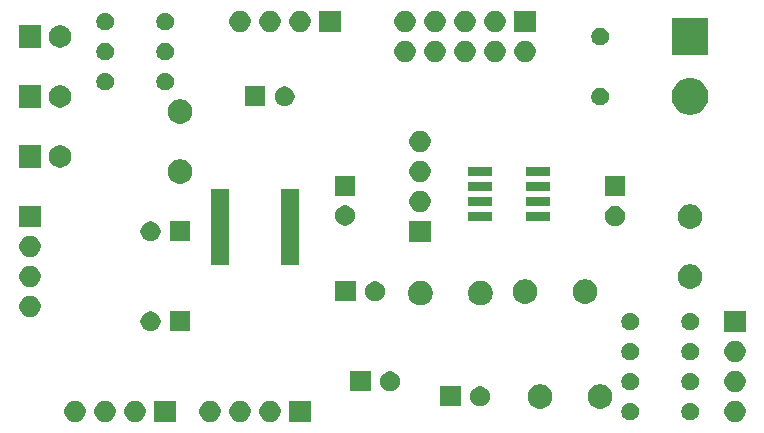
<source format=gbr>
G04 #@! TF.GenerationSoftware,KiCad,Pcbnew,5.1.5+dfsg1-2build2*
G04 #@! TF.CreationDate,2020-12-30T20:24:06+01:00*
G04 #@! TF.ProjectId,stm32f0can,73746d33-3266-4306-9361-6e2e6b696361,rev?*
G04 #@! TF.SameCoordinates,Original*
G04 #@! TF.FileFunction,Soldermask,Top*
G04 #@! TF.FilePolarity,Negative*
%FSLAX46Y46*%
G04 Gerber Fmt 4.6, Leading zero omitted, Abs format (unit mm)*
G04 Created by KiCad (PCBNEW 5.1.5+dfsg1-2build2) date 2020-12-30 20:24:06*
%MOMM*%
%LPD*%
G04 APERTURE LIST*
%ADD10C,0.100000*%
G04 APERTURE END LIST*
D10*
G36*
X105523512Y-131183927D02*
G01*
X105672812Y-131213624D01*
X105836784Y-131281544D01*
X105984354Y-131380147D01*
X106109853Y-131505646D01*
X106208456Y-131653216D01*
X106276376Y-131817188D01*
X106311000Y-131991259D01*
X106311000Y-132168741D01*
X106276376Y-132342812D01*
X106208456Y-132506784D01*
X106109853Y-132654354D01*
X105984354Y-132779853D01*
X105836784Y-132878456D01*
X105672812Y-132946376D01*
X105523512Y-132976073D01*
X105498742Y-132981000D01*
X105321258Y-132981000D01*
X105296488Y-132976073D01*
X105147188Y-132946376D01*
X104983216Y-132878456D01*
X104835646Y-132779853D01*
X104710147Y-132654354D01*
X104611544Y-132506784D01*
X104543624Y-132342812D01*
X104509000Y-132168741D01*
X104509000Y-131991259D01*
X104543624Y-131817188D01*
X104611544Y-131653216D01*
X104710147Y-131505646D01*
X104835646Y-131380147D01*
X104983216Y-131281544D01*
X105147188Y-131213624D01*
X105296488Y-131183927D01*
X105321258Y-131179000D01*
X105498742Y-131179000D01*
X105523512Y-131183927D01*
G37*
G36*
X125361000Y-132981000D02*
G01*
X123559000Y-132981000D01*
X123559000Y-131179000D01*
X125361000Y-131179000D01*
X125361000Y-132981000D01*
G37*
G36*
X116953512Y-131183927D02*
G01*
X117102812Y-131213624D01*
X117266784Y-131281544D01*
X117414354Y-131380147D01*
X117539853Y-131505646D01*
X117638456Y-131653216D01*
X117706376Y-131817188D01*
X117741000Y-131991259D01*
X117741000Y-132168741D01*
X117706376Y-132342812D01*
X117638456Y-132506784D01*
X117539853Y-132654354D01*
X117414354Y-132779853D01*
X117266784Y-132878456D01*
X117102812Y-132946376D01*
X116953512Y-132976073D01*
X116928742Y-132981000D01*
X116751258Y-132981000D01*
X116726488Y-132976073D01*
X116577188Y-132946376D01*
X116413216Y-132878456D01*
X116265646Y-132779853D01*
X116140147Y-132654354D01*
X116041544Y-132506784D01*
X115973624Y-132342812D01*
X115939000Y-132168741D01*
X115939000Y-131991259D01*
X115973624Y-131817188D01*
X116041544Y-131653216D01*
X116140147Y-131505646D01*
X116265646Y-131380147D01*
X116413216Y-131281544D01*
X116577188Y-131213624D01*
X116726488Y-131183927D01*
X116751258Y-131179000D01*
X116928742Y-131179000D01*
X116953512Y-131183927D01*
G37*
G36*
X119493512Y-131183927D02*
G01*
X119642812Y-131213624D01*
X119806784Y-131281544D01*
X119954354Y-131380147D01*
X120079853Y-131505646D01*
X120178456Y-131653216D01*
X120246376Y-131817188D01*
X120281000Y-131991259D01*
X120281000Y-132168741D01*
X120246376Y-132342812D01*
X120178456Y-132506784D01*
X120079853Y-132654354D01*
X119954354Y-132779853D01*
X119806784Y-132878456D01*
X119642812Y-132946376D01*
X119493512Y-132976073D01*
X119468742Y-132981000D01*
X119291258Y-132981000D01*
X119266488Y-132976073D01*
X119117188Y-132946376D01*
X118953216Y-132878456D01*
X118805646Y-132779853D01*
X118680147Y-132654354D01*
X118581544Y-132506784D01*
X118513624Y-132342812D01*
X118479000Y-132168741D01*
X118479000Y-131991259D01*
X118513624Y-131817188D01*
X118581544Y-131653216D01*
X118680147Y-131505646D01*
X118805646Y-131380147D01*
X118953216Y-131281544D01*
X119117188Y-131213624D01*
X119266488Y-131183927D01*
X119291258Y-131179000D01*
X119468742Y-131179000D01*
X119493512Y-131183927D01*
G37*
G36*
X122033512Y-131183927D02*
G01*
X122182812Y-131213624D01*
X122346784Y-131281544D01*
X122494354Y-131380147D01*
X122619853Y-131505646D01*
X122718456Y-131653216D01*
X122786376Y-131817188D01*
X122821000Y-131991259D01*
X122821000Y-132168741D01*
X122786376Y-132342812D01*
X122718456Y-132506784D01*
X122619853Y-132654354D01*
X122494354Y-132779853D01*
X122346784Y-132878456D01*
X122182812Y-132946376D01*
X122033512Y-132976073D01*
X122008742Y-132981000D01*
X121831258Y-132981000D01*
X121806488Y-132976073D01*
X121657188Y-132946376D01*
X121493216Y-132878456D01*
X121345646Y-132779853D01*
X121220147Y-132654354D01*
X121121544Y-132506784D01*
X121053624Y-132342812D01*
X121019000Y-132168741D01*
X121019000Y-131991259D01*
X121053624Y-131817188D01*
X121121544Y-131653216D01*
X121220147Y-131505646D01*
X121345646Y-131380147D01*
X121493216Y-131281544D01*
X121657188Y-131213624D01*
X121806488Y-131183927D01*
X121831258Y-131179000D01*
X122008742Y-131179000D01*
X122033512Y-131183927D01*
G37*
G36*
X113931000Y-132981000D02*
G01*
X112129000Y-132981000D01*
X112129000Y-131179000D01*
X113931000Y-131179000D01*
X113931000Y-132981000D01*
G37*
G36*
X161403512Y-131183927D02*
G01*
X161552812Y-131213624D01*
X161716784Y-131281544D01*
X161864354Y-131380147D01*
X161989853Y-131505646D01*
X162088456Y-131653216D01*
X162156376Y-131817188D01*
X162191000Y-131991259D01*
X162191000Y-132168741D01*
X162156376Y-132342812D01*
X162088456Y-132506784D01*
X161989853Y-132654354D01*
X161864354Y-132779853D01*
X161716784Y-132878456D01*
X161552812Y-132946376D01*
X161403512Y-132976073D01*
X161378742Y-132981000D01*
X161201258Y-132981000D01*
X161176488Y-132976073D01*
X161027188Y-132946376D01*
X160863216Y-132878456D01*
X160715646Y-132779853D01*
X160590147Y-132654354D01*
X160491544Y-132506784D01*
X160423624Y-132342812D01*
X160389000Y-132168741D01*
X160389000Y-131991259D01*
X160423624Y-131817188D01*
X160491544Y-131653216D01*
X160590147Y-131505646D01*
X160715646Y-131380147D01*
X160863216Y-131281544D01*
X161027188Y-131213624D01*
X161176488Y-131183927D01*
X161201258Y-131179000D01*
X161378742Y-131179000D01*
X161403512Y-131183927D01*
G37*
G36*
X108063512Y-131183927D02*
G01*
X108212812Y-131213624D01*
X108376784Y-131281544D01*
X108524354Y-131380147D01*
X108649853Y-131505646D01*
X108748456Y-131653216D01*
X108816376Y-131817188D01*
X108851000Y-131991259D01*
X108851000Y-132168741D01*
X108816376Y-132342812D01*
X108748456Y-132506784D01*
X108649853Y-132654354D01*
X108524354Y-132779853D01*
X108376784Y-132878456D01*
X108212812Y-132946376D01*
X108063512Y-132976073D01*
X108038742Y-132981000D01*
X107861258Y-132981000D01*
X107836488Y-132976073D01*
X107687188Y-132946376D01*
X107523216Y-132878456D01*
X107375646Y-132779853D01*
X107250147Y-132654354D01*
X107151544Y-132506784D01*
X107083624Y-132342812D01*
X107049000Y-132168741D01*
X107049000Y-131991259D01*
X107083624Y-131817188D01*
X107151544Y-131653216D01*
X107250147Y-131505646D01*
X107375646Y-131380147D01*
X107523216Y-131281544D01*
X107687188Y-131213624D01*
X107836488Y-131183927D01*
X107861258Y-131179000D01*
X108038742Y-131179000D01*
X108063512Y-131183927D01*
G37*
G36*
X110603512Y-131183927D02*
G01*
X110752812Y-131213624D01*
X110916784Y-131281544D01*
X111064354Y-131380147D01*
X111189853Y-131505646D01*
X111288456Y-131653216D01*
X111356376Y-131817188D01*
X111391000Y-131991259D01*
X111391000Y-132168741D01*
X111356376Y-132342812D01*
X111288456Y-132506784D01*
X111189853Y-132654354D01*
X111064354Y-132779853D01*
X110916784Y-132878456D01*
X110752812Y-132946376D01*
X110603512Y-132976073D01*
X110578742Y-132981000D01*
X110401258Y-132981000D01*
X110376488Y-132976073D01*
X110227188Y-132946376D01*
X110063216Y-132878456D01*
X109915646Y-132779853D01*
X109790147Y-132654354D01*
X109691544Y-132506784D01*
X109623624Y-132342812D01*
X109589000Y-132168741D01*
X109589000Y-131991259D01*
X109623624Y-131817188D01*
X109691544Y-131653216D01*
X109790147Y-131505646D01*
X109915646Y-131380147D01*
X110063216Y-131281544D01*
X110227188Y-131213624D01*
X110376488Y-131183927D01*
X110401258Y-131179000D01*
X110578742Y-131179000D01*
X110603512Y-131183927D01*
G37*
G36*
X157699059Y-131357860D02*
G01*
X157752865Y-131380147D01*
X157835732Y-131414472D01*
X157958735Y-131496660D01*
X158063340Y-131601265D01*
X158145528Y-131724268D01*
X158145529Y-131724270D01*
X158202140Y-131860941D01*
X158231000Y-132006032D01*
X158231000Y-132153968D01*
X158228061Y-132168742D01*
X158202140Y-132299059D01*
X158145528Y-132435732D01*
X158063340Y-132558735D01*
X157958735Y-132663340D01*
X157835732Y-132745528D01*
X157835731Y-132745529D01*
X157835730Y-132745529D01*
X157699059Y-132802140D01*
X157553968Y-132831000D01*
X157406032Y-132831000D01*
X157260941Y-132802140D01*
X157124270Y-132745529D01*
X157124269Y-132745529D01*
X157124268Y-132745528D01*
X157001265Y-132663340D01*
X156896660Y-132558735D01*
X156814472Y-132435732D01*
X156757860Y-132299059D01*
X156731939Y-132168742D01*
X156729000Y-132153968D01*
X156729000Y-132006032D01*
X156757860Y-131860941D01*
X156814471Y-131724270D01*
X156814472Y-131724268D01*
X156896660Y-131601265D01*
X157001265Y-131496660D01*
X157124268Y-131414472D01*
X157207136Y-131380147D01*
X157260941Y-131357860D01*
X157406032Y-131329000D01*
X157553968Y-131329000D01*
X157699059Y-131357860D01*
G37*
G36*
X152619059Y-131357860D02*
G01*
X152672865Y-131380147D01*
X152755732Y-131414472D01*
X152878735Y-131496660D01*
X152983340Y-131601265D01*
X153065528Y-131724268D01*
X153065529Y-131724270D01*
X153122140Y-131860941D01*
X153151000Y-132006032D01*
X153151000Y-132153968D01*
X153148061Y-132168742D01*
X153122140Y-132299059D01*
X153065528Y-132435732D01*
X152983340Y-132558735D01*
X152878735Y-132663340D01*
X152755732Y-132745528D01*
X152755731Y-132745529D01*
X152755730Y-132745529D01*
X152619059Y-132802140D01*
X152473968Y-132831000D01*
X152326032Y-132831000D01*
X152180941Y-132802140D01*
X152044270Y-132745529D01*
X152044269Y-132745529D01*
X152044268Y-132745528D01*
X151921265Y-132663340D01*
X151816660Y-132558735D01*
X151734472Y-132435732D01*
X151677860Y-132299059D01*
X151651939Y-132168742D01*
X151649000Y-132153968D01*
X151649000Y-132006032D01*
X151677860Y-131860941D01*
X151734471Y-131724270D01*
X151734472Y-131724268D01*
X151816660Y-131601265D01*
X151921265Y-131496660D01*
X152044268Y-131414472D01*
X152127136Y-131380147D01*
X152180941Y-131357860D01*
X152326032Y-131329000D01*
X152473968Y-131329000D01*
X152619059Y-131357860D01*
G37*
G36*
X150166564Y-129799389D02*
G01*
X150357833Y-129878615D01*
X150357835Y-129878616D01*
X150529973Y-129993635D01*
X150676365Y-130140027D01*
X150779345Y-130294147D01*
X150791385Y-130312167D01*
X150870611Y-130503436D01*
X150911000Y-130706484D01*
X150911000Y-130913516D01*
X150870611Y-131116564D01*
X150830407Y-131213625D01*
X150791384Y-131307835D01*
X150676365Y-131479973D01*
X150529973Y-131626365D01*
X150357835Y-131741384D01*
X150357834Y-131741385D01*
X150357833Y-131741385D01*
X150166564Y-131820611D01*
X149963516Y-131861000D01*
X149756484Y-131861000D01*
X149553436Y-131820611D01*
X149362167Y-131741385D01*
X149362166Y-131741385D01*
X149362165Y-131741384D01*
X149190027Y-131626365D01*
X149043635Y-131479973D01*
X148928616Y-131307835D01*
X148889593Y-131213625D01*
X148849389Y-131116564D01*
X148809000Y-130913516D01*
X148809000Y-130706484D01*
X148849389Y-130503436D01*
X148928615Y-130312167D01*
X148940656Y-130294147D01*
X149043635Y-130140027D01*
X149190027Y-129993635D01*
X149362165Y-129878616D01*
X149362167Y-129878615D01*
X149553436Y-129799389D01*
X149756484Y-129759000D01*
X149963516Y-129759000D01*
X150166564Y-129799389D01*
G37*
G36*
X145086564Y-129799389D02*
G01*
X145277833Y-129878615D01*
X145277835Y-129878616D01*
X145449973Y-129993635D01*
X145596365Y-130140027D01*
X145699345Y-130294147D01*
X145711385Y-130312167D01*
X145790611Y-130503436D01*
X145831000Y-130706484D01*
X145831000Y-130913516D01*
X145790611Y-131116564D01*
X145750407Y-131213625D01*
X145711384Y-131307835D01*
X145596365Y-131479973D01*
X145449973Y-131626365D01*
X145277835Y-131741384D01*
X145277834Y-131741385D01*
X145277833Y-131741385D01*
X145086564Y-131820611D01*
X144883516Y-131861000D01*
X144676484Y-131861000D01*
X144473436Y-131820611D01*
X144282167Y-131741385D01*
X144282166Y-131741385D01*
X144282165Y-131741384D01*
X144110027Y-131626365D01*
X143963635Y-131479973D01*
X143848616Y-131307835D01*
X143809593Y-131213625D01*
X143769389Y-131116564D01*
X143729000Y-130913516D01*
X143729000Y-130706484D01*
X143769389Y-130503436D01*
X143848615Y-130312167D01*
X143860656Y-130294147D01*
X143963635Y-130140027D01*
X144110027Y-129993635D01*
X144282165Y-129878616D01*
X144282167Y-129878615D01*
X144473436Y-129799389D01*
X144676484Y-129759000D01*
X144883516Y-129759000D01*
X145086564Y-129799389D01*
G37*
G36*
X138051000Y-131661000D02*
G01*
X136349000Y-131661000D01*
X136349000Y-129959000D01*
X138051000Y-129959000D01*
X138051000Y-131661000D01*
G37*
G36*
X139948228Y-129991703D02*
G01*
X140103100Y-130055853D01*
X140242481Y-130148985D01*
X140361015Y-130267519D01*
X140454147Y-130406900D01*
X140518297Y-130561772D01*
X140551000Y-130726184D01*
X140551000Y-130893816D01*
X140518297Y-131058228D01*
X140454147Y-131213100D01*
X140361015Y-131352481D01*
X140242481Y-131471015D01*
X140103100Y-131564147D01*
X139948228Y-131628297D01*
X139783816Y-131661000D01*
X139616184Y-131661000D01*
X139451772Y-131628297D01*
X139296900Y-131564147D01*
X139157519Y-131471015D01*
X139038985Y-131352481D01*
X138945853Y-131213100D01*
X138881703Y-131058228D01*
X138849000Y-130893816D01*
X138849000Y-130726184D01*
X138881703Y-130561772D01*
X138945853Y-130406900D01*
X139038985Y-130267519D01*
X139157519Y-130148985D01*
X139296900Y-130055853D01*
X139451772Y-129991703D01*
X139616184Y-129959000D01*
X139783816Y-129959000D01*
X139948228Y-129991703D01*
G37*
G36*
X161403512Y-128643927D02*
G01*
X161552812Y-128673624D01*
X161716784Y-128741544D01*
X161864354Y-128840147D01*
X161989853Y-128965646D01*
X162088456Y-129113216D01*
X162156376Y-129277188D01*
X162191000Y-129451259D01*
X162191000Y-129628741D01*
X162156376Y-129802812D01*
X162088456Y-129966784D01*
X161989853Y-130114354D01*
X161864354Y-130239853D01*
X161716784Y-130338456D01*
X161552812Y-130406376D01*
X161403512Y-130436073D01*
X161378742Y-130441000D01*
X161201258Y-130441000D01*
X161176488Y-130436073D01*
X161027188Y-130406376D01*
X160863216Y-130338456D01*
X160715646Y-130239853D01*
X160590147Y-130114354D01*
X160491544Y-129966784D01*
X160423624Y-129802812D01*
X160389000Y-129628741D01*
X160389000Y-129451259D01*
X160423624Y-129277188D01*
X160491544Y-129113216D01*
X160590147Y-128965646D01*
X160715646Y-128840147D01*
X160863216Y-128741544D01*
X161027188Y-128673624D01*
X161176488Y-128643927D01*
X161201258Y-128639000D01*
X161378742Y-128639000D01*
X161403512Y-128643927D01*
G37*
G36*
X130431000Y-130391000D02*
G01*
X128729000Y-130391000D01*
X128729000Y-128689000D01*
X130431000Y-128689000D01*
X130431000Y-130391000D01*
G37*
G36*
X132328228Y-128721703D02*
G01*
X132483100Y-128785853D01*
X132622481Y-128878985D01*
X132741015Y-128997519D01*
X132834147Y-129136900D01*
X132898297Y-129291772D01*
X132931000Y-129456184D01*
X132931000Y-129623816D01*
X132898297Y-129788228D01*
X132834147Y-129943100D01*
X132741015Y-130082481D01*
X132622481Y-130201015D01*
X132483100Y-130294147D01*
X132328228Y-130358297D01*
X132163816Y-130391000D01*
X131996184Y-130391000D01*
X131831772Y-130358297D01*
X131676900Y-130294147D01*
X131537519Y-130201015D01*
X131418985Y-130082481D01*
X131325853Y-129943100D01*
X131261703Y-129788228D01*
X131229000Y-129623816D01*
X131229000Y-129456184D01*
X131261703Y-129291772D01*
X131325853Y-129136900D01*
X131418985Y-128997519D01*
X131537519Y-128878985D01*
X131676900Y-128785853D01*
X131831772Y-128721703D01*
X131996184Y-128689000D01*
X132163816Y-128689000D01*
X132328228Y-128721703D01*
G37*
G36*
X157699059Y-128817860D02*
G01*
X157752865Y-128840147D01*
X157835732Y-128874472D01*
X157958735Y-128956660D01*
X158063340Y-129061265D01*
X158145528Y-129184268D01*
X158145529Y-129184270D01*
X158202140Y-129320941D01*
X158231000Y-129466032D01*
X158231000Y-129613968D01*
X158228061Y-129628742D01*
X158202140Y-129759059D01*
X158145528Y-129895732D01*
X158063340Y-130018735D01*
X157958735Y-130123340D01*
X157835732Y-130205528D01*
X157835731Y-130205529D01*
X157835730Y-130205529D01*
X157699059Y-130262140D01*
X157553968Y-130291000D01*
X157406032Y-130291000D01*
X157260941Y-130262140D01*
X157124270Y-130205529D01*
X157124269Y-130205529D01*
X157124268Y-130205528D01*
X157001265Y-130123340D01*
X156896660Y-130018735D01*
X156814472Y-129895732D01*
X156757860Y-129759059D01*
X156731939Y-129628742D01*
X156729000Y-129613968D01*
X156729000Y-129466032D01*
X156757860Y-129320941D01*
X156814471Y-129184270D01*
X156814472Y-129184268D01*
X156896660Y-129061265D01*
X157001265Y-128956660D01*
X157124268Y-128874472D01*
X157207136Y-128840147D01*
X157260941Y-128817860D01*
X157406032Y-128789000D01*
X157553968Y-128789000D01*
X157699059Y-128817860D01*
G37*
G36*
X152619059Y-128817860D02*
G01*
X152672865Y-128840147D01*
X152755732Y-128874472D01*
X152878735Y-128956660D01*
X152983340Y-129061265D01*
X153065528Y-129184268D01*
X153065529Y-129184270D01*
X153122140Y-129320941D01*
X153151000Y-129466032D01*
X153151000Y-129613968D01*
X153148061Y-129628742D01*
X153122140Y-129759059D01*
X153065528Y-129895732D01*
X152983340Y-130018735D01*
X152878735Y-130123340D01*
X152755732Y-130205528D01*
X152755731Y-130205529D01*
X152755730Y-130205529D01*
X152619059Y-130262140D01*
X152473968Y-130291000D01*
X152326032Y-130291000D01*
X152180941Y-130262140D01*
X152044270Y-130205529D01*
X152044269Y-130205529D01*
X152044268Y-130205528D01*
X151921265Y-130123340D01*
X151816660Y-130018735D01*
X151734472Y-129895732D01*
X151677860Y-129759059D01*
X151651939Y-129628742D01*
X151649000Y-129613968D01*
X151649000Y-129466032D01*
X151677860Y-129320941D01*
X151734471Y-129184270D01*
X151734472Y-129184268D01*
X151816660Y-129061265D01*
X151921265Y-128956660D01*
X152044268Y-128874472D01*
X152127136Y-128840147D01*
X152180941Y-128817860D01*
X152326032Y-128789000D01*
X152473968Y-128789000D01*
X152619059Y-128817860D01*
G37*
G36*
X161403512Y-126103927D02*
G01*
X161552812Y-126133624D01*
X161716784Y-126201544D01*
X161864354Y-126300147D01*
X161989853Y-126425646D01*
X162088456Y-126573216D01*
X162156376Y-126737188D01*
X162191000Y-126911259D01*
X162191000Y-127088741D01*
X162156376Y-127262812D01*
X162088456Y-127426784D01*
X161989853Y-127574354D01*
X161864354Y-127699853D01*
X161716784Y-127798456D01*
X161552812Y-127866376D01*
X161403512Y-127896073D01*
X161378742Y-127901000D01*
X161201258Y-127901000D01*
X161176488Y-127896073D01*
X161027188Y-127866376D01*
X160863216Y-127798456D01*
X160715646Y-127699853D01*
X160590147Y-127574354D01*
X160491544Y-127426784D01*
X160423624Y-127262812D01*
X160389000Y-127088741D01*
X160389000Y-126911259D01*
X160423624Y-126737188D01*
X160491544Y-126573216D01*
X160590147Y-126425646D01*
X160715646Y-126300147D01*
X160863216Y-126201544D01*
X161027188Y-126133624D01*
X161176488Y-126103927D01*
X161201258Y-126099000D01*
X161378742Y-126099000D01*
X161403512Y-126103927D01*
G37*
G36*
X157699059Y-126277860D02*
G01*
X157752865Y-126300147D01*
X157835732Y-126334472D01*
X157958735Y-126416660D01*
X158063340Y-126521265D01*
X158098054Y-126573218D01*
X158145529Y-126644270D01*
X158202140Y-126780941D01*
X158231000Y-126926032D01*
X158231000Y-127073968D01*
X158228061Y-127088742D01*
X158202140Y-127219059D01*
X158145528Y-127355732D01*
X158063340Y-127478735D01*
X157958735Y-127583340D01*
X157835732Y-127665528D01*
X157835731Y-127665529D01*
X157835730Y-127665529D01*
X157699059Y-127722140D01*
X157553968Y-127751000D01*
X157406032Y-127751000D01*
X157260941Y-127722140D01*
X157124270Y-127665529D01*
X157124269Y-127665529D01*
X157124268Y-127665528D01*
X157001265Y-127583340D01*
X156896660Y-127478735D01*
X156814472Y-127355732D01*
X156757860Y-127219059D01*
X156731939Y-127088742D01*
X156729000Y-127073968D01*
X156729000Y-126926032D01*
X156757860Y-126780941D01*
X156814471Y-126644270D01*
X156861946Y-126573218D01*
X156896660Y-126521265D01*
X157001265Y-126416660D01*
X157124268Y-126334472D01*
X157207136Y-126300147D01*
X157260941Y-126277860D01*
X157406032Y-126249000D01*
X157553968Y-126249000D01*
X157699059Y-126277860D01*
G37*
G36*
X152619059Y-126277860D02*
G01*
X152672865Y-126300147D01*
X152755732Y-126334472D01*
X152878735Y-126416660D01*
X152983340Y-126521265D01*
X153018054Y-126573218D01*
X153065529Y-126644270D01*
X153122140Y-126780941D01*
X153151000Y-126926032D01*
X153151000Y-127073968D01*
X153148061Y-127088742D01*
X153122140Y-127219059D01*
X153065528Y-127355732D01*
X152983340Y-127478735D01*
X152878735Y-127583340D01*
X152755732Y-127665528D01*
X152755731Y-127665529D01*
X152755730Y-127665529D01*
X152619059Y-127722140D01*
X152473968Y-127751000D01*
X152326032Y-127751000D01*
X152180941Y-127722140D01*
X152044270Y-127665529D01*
X152044269Y-127665529D01*
X152044268Y-127665528D01*
X151921265Y-127583340D01*
X151816660Y-127478735D01*
X151734472Y-127355732D01*
X151677860Y-127219059D01*
X151651939Y-127088742D01*
X151649000Y-127073968D01*
X151649000Y-126926032D01*
X151677860Y-126780941D01*
X151734471Y-126644270D01*
X151781946Y-126573218D01*
X151816660Y-126521265D01*
X151921265Y-126416660D01*
X152044268Y-126334472D01*
X152127136Y-126300147D01*
X152180941Y-126277860D01*
X152326032Y-126249000D01*
X152473968Y-126249000D01*
X152619059Y-126277860D01*
G37*
G36*
X162191000Y-125361000D02*
G01*
X160389000Y-125361000D01*
X160389000Y-123559000D01*
X162191000Y-123559000D01*
X162191000Y-125361000D01*
G37*
G36*
X112048228Y-123641703D02*
G01*
X112203100Y-123705853D01*
X112342481Y-123798985D01*
X112461015Y-123917519D01*
X112554147Y-124056900D01*
X112618297Y-124211772D01*
X112651000Y-124376184D01*
X112651000Y-124543816D01*
X112618297Y-124708228D01*
X112554147Y-124863100D01*
X112461015Y-125002481D01*
X112342481Y-125121015D01*
X112203100Y-125214147D01*
X112048228Y-125278297D01*
X111883816Y-125311000D01*
X111716184Y-125311000D01*
X111551772Y-125278297D01*
X111396900Y-125214147D01*
X111257519Y-125121015D01*
X111138985Y-125002481D01*
X111045853Y-124863100D01*
X110981703Y-124708228D01*
X110949000Y-124543816D01*
X110949000Y-124376184D01*
X110981703Y-124211772D01*
X111045853Y-124056900D01*
X111138985Y-123917519D01*
X111257519Y-123798985D01*
X111396900Y-123705853D01*
X111551772Y-123641703D01*
X111716184Y-123609000D01*
X111883816Y-123609000D01*
X112048228Y-123641703D01*
G37*
G36*
X115151000Y-125311000D02*
G01*
X113449000Y-125311000D01*
X113449000Y-123609000D01*
X115151000Y-123609000D01*
X115151000Y-125311000D01*
G37*
G36*
X157699059Y-123737860D02*
G01*
X157835732Y-123794472D01*
X157958735Y-123876660D01*
X158063340Y-123981265D01*
X158145528Y-124104268D01*
X158202140Y-124240941D01*
X158231000Y-124386033D01*
X158231000Y-124533967D01*
X158202140Y-124679059D01*
X158145528Y-124815732D01*
X158063340Y-124938735D01*
X157958735Y-125043340D01*
X157835732Y-125125528D01*
X157835731Y-125125529D01*
X157835730Y-125125529D01*
X157699059Y-125182140D01*
X157553968Y-125211000D01*
X157406032Y-125211000D01*
X157260941Y-125182140D01*
X157124270Y-125125529D01*
X157124269Y-125125529D01*
X157124268Y-125125528D01*
X157001265Y-125043340D01*
X156896660Y-124938735D01*
X156814472Y-124815732D01*
X156757860Y-124679059D01*
X156729000Y-124533967D01*
X156729000Y-124386033D01*
X156757860Y-124240941D01*
X156814472Y-124104268D01*
X156896660Y-123981265D01*
X157001265Y-123876660D01*
X157124268Y-123794472D01*
X157260941Y-123737860D01*
X157406032Y-123709000D01*
X157553968Y-123709000D01*
X157699059Y-123737860D01*
G37*
G36*
X152619059Y-123737860D02*
G01*
X152755732Y-123794472D01*
X152878735Y-123876660D01*
X152983340Y-123981265D01*
X153065528Y-124104268D01*
X153122140Y-124240941D01*
X153151000Y-124386033D01*
X153151000Y-124533967D01*
X153122140Y-124679059D01*
X153065528Y-124815732D01*
X152983340Y-124938735D01*
X152878735Y-125043340D01*
X152755732Y-125125528D01*
X152755731Y-125125529D01*
X152755730Y-125125529D01*
X152619059Y-125182140D01*
X152473968Y-125211000D01*
X152326032Y-125211000D01*
X152180941Y-125182140D01*
X152044270Y-125125529D01*
X152044269Y-125125529D01*
X152044268Y-125125528D01*
X151921265Y-125043340D01*
X151816660Y-124938735D01*
X151734472Y-124815732D01*
X151677860Y-124679059D01*
X151649000Y-124533967D01*
X151649000Y-124386033D01*
X151677860Y-124240941D01*
X151734472Y-124104268D01*
X151816660Y-123981265D01*
X151921265Y-123876660D01*
X152044268Y-123794472D01*
X152180941Y-123737860D01*
X152326032Y-123709000D01*
X152473968Y-123709000D01*
X152619059Y-123737860D01*
G37*
G36*
X101713512Y-122293927D02*
G01*
X101862812Y-122323624D01*
X102026784Y-122391544D01*
X102174354Y-122490147D01*
X102299853Y-122615646D01*
X102398456Y-122763216D01*
X102466376Y-122927188D01*
X102501000Y-123101259D01*
X102501000Y-123278741D01*
X102466376Y-123452812D01*
X102398456Y-123616784D01*
X102299853Y-123764354D01*
X102174354Y-123889853D01*
X102026784Y-123988456D01*
X101862812Y-124056376D01*
X101713512Y-124086073D01*
X101688742Y-124091000D01*
X101511258Y-124091000D01*
X101486488Y-124086073D01*
X101337188Y-124056376D01*
X101173216Y-123988456D01*
X101025646Y-123889853D01*
X100900147Y-123764354D01*
X100801544Y-123616784D01*
X100733624Y-123452812D01*
X100699000Y-123278741D01*
X100699000Y-123101259D01*
X100733624Y-122927188D01*
X100801544Y-122763216D01*
X100900147Y-122615646D01*
X101025646Y-122490147D01*
X101173216Y-122391544D01*
X101337188Y-122323624D01*
X101486488Y-122293927D01*
X101511258Y-122289000D01*
X101688742Y-122289000D01*
X101713512Y-122293927D01*
G37*
G36*
X140044664Y-121036389D02*
G01*
X140235933Y-121115615D01*
X140235935Y-121115616D01*
X140284151Y-121147833D01*
X140408073Y-121230635D01*
X140554465Y-121377027D01*
X140669485Y-121549167D01*
X140748711Y-121740436D01*
X140789100Y-121943484D01*
X140789100Y-122150516D01*
X140748711Y-122353564D01*
X140692136Y-122490148D01*
X140669484Y-122544835D01*
X140554465Y-122716973D01*
X140408073Y-122863365D01*
X140235935Y-122978384D01*
X140235934Y-122978385D01*
X140235933Y-122978385D01*
X140044664Y-123057611D01*
X139841616Y-123098000D01*
X139634584Y-123098000D01*
X139431536Y-123057611D01*
X139240267Y-122978385D01*
X139240266Y-122978385D01*
X139240265Y-122978384D01*
X139068127Y-122863365D01*
X138921735Y-122716973D01*
X138806716Y-122544835D01*
X138784064Y-122490148D01*
X138727489Y-122353564D01*
X138687100Y-122150516D01*
X138687100Y-121943484D01*
X138727489Y-121740436D01*
X138806715Y-121549167D01*
X138921735Y-121377027D01*
X139068127Y-121230635D01*
X139192049Y-121147833D01*
X139240265Y-121115616D01*
X139240267Y-121115615D01*
X139431536Y-121036389D01*
X139634584Y-120996000D01*
X139841616Y-120996000D01*
X140044664Y-121036389D01*
G37*
G36*
X134964664Y-121036389D02*
G01*
X135155933Y-121115615D01*
X135155935Y-121115616D01*
X135204151Y-121147833D01*
X135328073Y-121230635D01*
X135474465Y-121377027D01*
X135589485Y-121549167D01*
X135668711Y-121740436D01*
X135709100Y-121943484D01*
X135709100Y-122150516D01*
X135668711Y-122353564D01*
X135612136Y-122490148D01*
X135589484Y-122544835D01*
X135474465Y-122716973D01*
X135328073Y-122863365D01*
X135155935Y-122978384D01*
X135155934Y-122978385D01*
X135155933Y-122978385D01*
X134964664Y-123057611D01*
X134761616Y-123098000D01*
X134554584Y-123098000D01*
X134351536Y-123057611D01*
X134160267Y-122978385D01*
X134160266Y-122978385D01*
X134160265Y-122978384D01*
X133988127Y-122863365D01*
X133841735Y-122716973D01*
X133726716Y-122544835D01*
X133704064Y-122490148D01*
X133647489Y-122353564D01*
X133607100Y-122150516D01*
X133607100Y-121943484D01*
X133647489Y-121740436D01*
X133726715Y-121549167D01*
X133841735Y-121377027D01*
X133988127Y-121230635D01*
X134112049Y-121147833D01*
X134160265Y-121115616D01*
X134160267Y-121115615D01*
X134351536Y-121036389D01*
X134554584Y-120996000D01*
X134761616Y-120996000D01*
X134964664Y-121036389D01*
G37*
G36*
X143816564Y-120909389D02*
G01*
X144007833Y-120988615D01*
X144007835Y-120988616D01*
X144179973Y-121103635D01*
X144326365Y-121250027D01*
X144411224Y-121377027D01*
X144441385Y-121422167D01*
X144520611Y-121613436D01*
X144561000Y-121816484D01*
X144561000Y-122023516D01*
X144520611Y-122226564D01*
X144452274Y-122391544D01*
X144441384Y-122417835D01*
X144326365Y-122589973D01*
X144179973Y-122736365D01*
X144007835Y-122851384D01*
X144007834Y-122851385D01*
X144007833Y-122851385D01*
X143816564Y-122930611D01*
X143613516Y-122971000D01*
X143406484Y-122971000D01*
X143203436Y-122930611D01*
X143012167Y-122851385D01*
X143012166Y-122851385D01*
X143012165Y-122851384D01*
X142840027Y-122736365D01*
X142693635Y-122589973D01*
X142578616Y-122417835D01*
X142567726Y-122391544D01*
X142499389Y-122226564D01*
X142459000Y-122023516D01*
X142459000Y-121816484D01*
X142499389Y-121613436D01*
X142578615Y-121422167D01*
X142608777Y-121377027D01*
X142693635Y-121250027D01*
X142840027Y-121103635D01*
X143012165Y-120988616D01*
X143012167Y-120988615D01*
X143203436Y-120909389D01*
X143406484Y-120869000D01*
X143613516Y-120869000D01*
X143816564Y-120909389D01*
G37*
G36*
X148896564Y-120909389D02*
G01*
X149087833Y-120988615D01*
X149087835Y-120988616D01*
X149259973Y-121103635D01*
X149406365Y-121250027D01*
X149491224Y-121377027D01*
X149521385Y-121422167D01*
X149600611Y-121613436D01*
X149641000Y-121816484D01*
X149641000Y-122023516D01*
X149600611Y-122226564D01*
X149532274Y-122391544D01*
X149521384Y-122417835D01*
X149406365Y-122589973D01*
X149259973Y-122736365D01*
X149087835Y-122851384D01*
X149087834Y-122851385D01*
X149087833Y-122851385D01*
X148896564Y-122930611D01*
X148693516Y-122971000D01*
X148486484Y-122971000D01*
X148283436Y-122930611D01*
X148092167Y-122851385D01*
X148092166Y-122851385D01*
X148092165Y-122851384D01*
X147920027Y-122736365D01*
X147773635Y-122589973D01*
X147658616Y-122417835D01*
X147647726Y-122391544D01*
X147579389Y-122226564D01*
X147539000Y-122023516D01*
X147539000Y-121816484D01*
X147579389Y-121613436D01*
X147658615Y-121422167D01*
X147688777Y-121377027D01*
X147773635Y-121250027D01*
X147920027Y-121103635D01*
X148092165Y-120988616D01*
X148092167Y-120988615D01*
X148283436Y-120909389D01*
X148486484Y-120869000D01*
X148693516Y-120869000D01*
X148896564Y-120909389D01*
G37*
G36*
X131058228Y-121101703D02*
G01*
X131213100Y-121165853D01*
X131352481Y-121258985D01*
X131471015Y-121377519D01*
X131564147Y-121516900D01*
X131628297Y-121671772D01*
X131661000Y-121836184D01*
X131661000Y-122003816D01*
X131628297Y-122168228D01*
X131564147Y-122323100D01*
X131471015Y-122462481D01*
X131352481Y-122581015D01*
X131213100Y-122674147D01*
X131058228Y-122738297D01*
X130893816Y-122771000D01*
X130726184Y-122771000D01*
X130561772Y-122738297D01*
X130406900Y-122674147D01*
X130267519Y-122581015D01*
X130148985Y-122462481D01*
X130055853Y-122323100D01*
X129991703Y-122168228D01*
X129959000Y-122003816D01*
X129959000Y-121836184D01*
X129991703Y-121671772D01*
X130055853Y-121516900D01*
X130148985Y-121377519D01*
X130267519Y-121258985D01*
X130406900Y-121165853D01*
X130561772Y-121101703D01*
X130726184Y-121069000D01*
X130893816Y-121069000D01*
X131058228Y-121101703D01*
G37*
G36*
X129161000Y-122771000D02*
G01*
X127459000Y-122771000D01*
X127459000Y-121069000D01*
X129161000Y-121069000D01*
X129161000Y-122771000D01*
G37*
G36*
X157786564Y-119639389D02*
G01*
X157977833Y-119718615D01*
X157977835Y-119718616D01*
X158149973Y-119833635D01*
X158296365Y-119980027D01*
X158360256Y-120075646D01*
X158411385Y-120152167D01*
X158490611Y-120343436D01*
X158531000Y-120546484D01*
X158531000Y-120753516D01*
X158490611Y-120956564D01*
X158411385Y-121147833D01*
X158411384Y-121147835D01*
X158296365Y-121319973D01*
X158149973Y-121466365D01*
X157977835Y-121581384D01*
X157977834Y-121581385D01*
X157977833Y-121581385D01*
X157786564Y-121660611D01*
X157583516Y-121701000D01*
X157376484Y-121701000D01*
X157173436Y-121660611D01*
X156982167Y-121581385D01*
X156982166Y-121581385D01*
X156982165Y-121581384D01*
X156810027Y-121466365D01*
X156663635Y-121319973D01*
X156548616Y-121147835D01*
X156548615Y-121147833D01*
X156469389Y-120956564D01*
X156429000Y-120753516D01*
X156429000Y-120546484D01*
X156469389Y-120343436D01*
X156548615Y-120152167D01*
X156599745Y-120075646D01*
X156663635Y-119980027D01*
X156810027Y-119833635D01*
X156982165Y-119718616D01*
X156982167Y-119718615D01*
X157173436Y-119639389D01*
X157376484Y-119599000D01*
X157583516Y-119599000D01*
X157786564Y-119639389D01*
G37*
G36*
X101713512Y-119753927D02*
G01*
X101862812Y-119783624D01*
X102026784Y-119851544D01*
X102174354Y-119950147D01*
X102299853Y-120075646D01*
X102398456Y-120223216D01*
X102466376Y-120387188D01*
X102501000Y-120561259D01*
X102501000Y-120738741D01*
X102466376Y-120912812D01*
X102398456Y-121076784D01*
X102299853Y-121224354D01*
X102174354Y-121349853D01*
X102026784Y-121448456D01*
X101862812Y-121516376D01*
X101713512Y-121546073D01*
X101688742Y-121551000D01*
X101511258Y-121551000D01*
X101486488Y-121546073D01*
X101337188Y-121516376D01*
X101173216Y-121448456D01*
X101025646Y-121349853D01*
X100900147Y-121224354D01*
X100801544Y-121076784D01*
X100733624Y-120912812D01*
X100699000Y-120738741D01*
X100699000Y-120561259D01*
X100733624Y-120387188D01*
X100801544Y-120223216D01*
X100900147Y-120075646D01*
X101025646Y-119950147D01*
X101173216Y-119851544D01*
X101337188Y-119783624D01*
X101486488Y-119753927D01*
X101511258Y-119749000D01*
X101688742Y-119749000D01*
X101713512Y-119753927D01*
G37*
G36*
X118476000Y-119656000D02*
G01*
X116924000Y-119656000D01*
X116924000Y-113254000D01*
X118476000Y-113254000D01*
X118476000Y-119656000D01*
G37*
G36*
X124376000Y-119656000D02*
G01*
X122824000Y-119656000D01*
X122824000Y-113254000D01*
X124376000Y-113254000D01*
X124376000Y-119656000D01*
G37*
G36*
X101713512Y-117213927D02*
G01*
X101862812Y-117243624D01*
X102026784Y-117311544D01*
X102174354Y-117410147D01*
X102299853Y-117535646D01*
X102398456Y-117683216D01*
X102466376Y-117847188D01*
X102501000Y-118021259D01*
X102501000Y-118198741D01*
X102466376Y-118372812D01*
X102398456Y-118536784D01*
X102299853Y-118684354D01*
X102174354Y-118809853D01*
X102026784Y-118908456D01*
X101862812Y-118976376D01*
X101713878Y-119006000D01*
X101688742Y-119011000D01*
X101511258Y-119011000D01*
X101486122Y-119006000D01*
X101337188Y-118976376D01*
X101173216Y-118908456D01*
X101025646Y-118809853D01*
X100900147Y-118684354D01*
X100801544Y-118536784D01*
X100733624Y-118372812D01*
X100699000Y-118198741D01*
X100699000Y-118021259D01*
X100733624Y-117847188D01*
X100801544Y-117683216D01*
X100900147Y-117535646D01*
X101025646Y-117410147D01*
X101173216Y-117311544D01*
X101337188Y-117243624D01*
X101486488Y-117213927D01*
X101511258Y-117209000D01*
X101688742Y-117209000D01*
X101713512Y-117213927D01*
G37*
G36*
X135521000Y-117741000D02*
G01*
X133719000Y-117741000D01*
X133719000Y-115939000D01*
X135521000Y-115939000D01*
X135521000Y-117741000D01*
G37*
G36*
X112048228Y-116021703D02*
G01*
X112203100Y-116085853D01*
X112342481Y-116178985D01*
X112461015Y-116297519D01*
X112554147Y-116436900D01*
X112618297Y-116591772D01*
X112651000Y-116756184D01*
X112651000Y-116923816D01*
X112618297Y-117088228D01*
X112554147Y-117243100D01*
X112461015Y-117382481D01*
X112342481Y-117501015D01*
X112203100Y-117594147D01*
X112048228Y-117658297D01*
X111883816Y-117691000D01*
X111716184Y-117691000D01*
X111551772Y-117658297D01*
X111396900Y-117594147D01*
X111257519Y-117501015D01*
X111138985Y-117382481D01*
X111045853Y-117243100D01*
X110981703Y-117088228D01*
X110949000Y-116923816D01*
X110949000Y-116756184D01*
X110981703Y-116591772D01*
X111045853Y-116436900D01*
X111138985Y-116297519D01*
X111257519Y-116178985D01*
X111396900Y-116085853D01*
X111551772Y-116021703D01*
X111716184Y-115989000D01*
X111883816Y-115989000D01*
X112048228Y-116021703D01*
G37*
G36*
X115151000Y-117691000D02*
G01*
X113449000Y-117691000D01*
X113449000Y-115989000D01*
X115151000Y-115989000D01*
X115151000Y-117691000D01*
G37*
G36*
X157786564Y-114559389D02*
G01*
X157977833Y-114638615D01*
X157977835Y-114638616D01*
X158149973Y-114753635D01*
X158296365Y-114900027D01*
X158363067Y-114999853D01*
X158411385Y-115072167D01*
X158490611Y-115263436D01*
X158531000Y-115466484D01*
X158531000Y-115673516D01*
X158490611Y-115876564D01*
X158426028Y-116032481D01*
X158411384Y-116067835D01*
X158296365Y-116239973D01*
X158149973Y-116386365D01*
X157977835Y-116501384D01*
X157977834Y-116501385D01*
X157977833Y-116501385D01*
X157786564Y-116580611D01*
X157583516Y-116621000D01*
X157376484Y-116621000D01*
X157173436Y-116580611D01*
X156982167Y-116501385D01*
X156982166Y-116501385D01*
X156982165Y-116501384D01*
X156810027Y-116386365D01*
X156663635Y-116239973D01*
X156548616Y-116067835D01*
X156533972Y-116032481D01*
X156469389Y-115876564D01*
X156429000Y-115673516D01*
X156429000Y-115466484D01*
X156469389Y-115263436D01*
X156548615Y-115072167D01*
X156596934Y-114999853D01*
X156663635Y-114900027D01*
X156810027Y-114753635D01*
X156982165Y-114638616D01*
X156982167Y-114638615D01*
X157173436Y-114559389D01*
X157376484Y-114519000D01*
X157583516Y-114519000D01*
X157786564Y-114559389D01*
G37*
G36*
X102501000Y-116471000D02*
G01*
X100699000Y-116471000D01*
X100699000Y-114669000D01*
X102501000Y-114669000D01*
X102501000Y-116471000D01*
G37*
G36*
X151378228Y-114711703D02*
G01*
X151533100Y-114775853D01*
X151672481Y-114868985D01*
X151791015Y-114987519D01*
X151884147Y-115126900D01*
X151948297Y-115281772D01*
X151981000Y-115446184D01*
X151981000Y-115613816D01*
X151948297Y-115778228D01*
X151884147Y-115933100D01*
X151791015Y-116072481D01*
X151672481Y-116191015D01*
X151533100Y-116284147D01*
X151378228Y-116348297D01*
X151213816Y-116381000D01*
X151046184Y-116381000D01*
X150881772Y-116348297D01*
X150726900Y-116284147D01*
X150587519Y-116191015D01*
X150468985Y-116072481D01*
X150375853Y-115933100D01*
X150311703Y-115778228D01*
X150279000Y-115613816D01*
X150279000Y-115446184D01*
X150311703Y-115281772D01*
X150375853Y-115126900D01*
X150468985Y-114987519D01*
X150587519Y-114868985D01*
X150726900Y-114775853D01*
X150881772Y-114711703D01*
X151046184Y-114679000D01*
X151213816Y-114679000D01*
X151378228Y-114711703D01*
G37*
G36*
X128518228Y-114671703D02*
G01*
X128673100Y-114735853D01*
X128812481Y-114828985D01*
X128931015Y-114947519D01*
X129024147Y-115086900D01*
X129088297Y-115241772D01*
X129121000Y-115406184D01*
X129121000Y-115573816D01*
X129088297Y-115738228D01*
X129024147Y-115893100D01*
X128931015Y-116032481D01*
X128812481Y-116151015D01*
X128673100Y-116244147D01*
X128518228Y-116308297D01*
X128353816Y-116341000D01*
X128186184Y-116341000D01*
X128021772Y-116308297D01*
X127866900Y-116244147D01*
X127727519Y-116151015D01*
X127608985Y-116032481D01*
X127515853Y-115893100D01*
X127451703Y-115738228D01*
X127419000Y-115573816D01*
X127419000Y-115406184D01*
X127451703Y-115241772D01*
X127515853Y-115086900D01*
X127608985Y-114947519D01*
X127727519Y-114828985D01*
X127866900Y-114735853D01*
X128021772Y-114671703D01*
X128186184Y-114639000D01*
X128353816Y-114639000D01*
X128518228Y-114671703D01*
G37*
G36*
X140701000Y-115921000D02*
G01*
X138699000Y-115921000D01*
X138699000Y-115219000D01*
X140701000Y-115219000D01*
X140701000Y-115921000D01*
G37*
G36*
X145611000Y-115921000D02*
G01*
X143609000Y-115921000D01*
X143609000Y-115219000D01*
X145611000Y-115219000D01*
X145611000Y-115921000D01*
G37*
G36*
X134733512Y-113403927D02*
G01*
X134882812Y-113433624D01*
X135046784Y-113501544D01*
X135194354Y-113600147D01*
X135319853Y-113725646D01*
X135418456Y-113873216D01*
X135486376Y-114037188D01*
X135521000Y-114211259D01*
X135521000Y-114388741D01*
X135486376Y-114562812D01*
X135418456Y-114726784D01*
X135319853Y-114874354D01*
X135194354Y-114999853D01*
X135046784Y-115098456D01*
X134882812Y-115166376D01*
X134733512Y-115196073D01*
X134708742Y-115201000D01*
X134531258Y-115201000D01*
X134506488Y-115196073D01*
X134357188Y-115166376D01*
X134193216Y-115098456D01*
X134045646Y-114999853D01*
X133920147Y-114874354D01*
X133821544Y-114726784D01*
X133753624Y-114562812D01*
X133719000Y-114388741D01*
X133719000Y-114211259D01*
X133753624Y-114037188D01*
X133821544Y-113873216D01*
X133920147Y-113725646D01*
X134045646Y-113600147D01*
X134193216Y-113501544D01*
X134357188Y-113433624D01*
X134506488Y-113403927D01*
X134531258Y-113399000D01*
X134708742Y-113399000D01*
X134733512Y-113403927D01*
G37*
G36*
X145611000Y-114651000D02*
G01*
X143609000Y-114651000D01*
X143609000Y-113949000D01*
X145611000Y-113949000D01*
X145611000Y-114651000D01*
G37*
G36*
X140701000Y-114651000D02*
G01*
X138699000Y-114651000D01*
X138699000Y-113949000D01*
X140701000Y-113949000D01*
X140701000Y-114651000D01*
G37*
G36*
X151981000Y-113881000D02*
G01*
X150279000Y-113881000D01*
X150279000Y-112179000D01*
X151981000Y-112179000D01*
X151981000Y-113881000D01*
G37*
G36*
X129121000Y-113841000D02*
G01*
X127419000Y-113841000D01*
X127419000Y-112139000D01*
X129121000Y-112139000D01*
X129121000Y-113841000D01*
G37*
G36*
X140701000Y-113381000D02*
G01*
X138699000Y-113381000D01*
X138699000Y-112679000D01*
X140701000Y-112679000D01*
X140701000Y-113381000D01*
G37*
G36*
X145611000Y-113381000D02*
G01*
X143609000Y-113381000D01*
X143609000Y-112679000D01*
X145611000Y-112679000D01*
X145611000Y-113381000D01*
G37*
G36*
X114606564Y-110749389D02*
G01*
X114797833Y-110828615D01*
X114797835Y-110828616D01*
X114969973Y-110943635D01*
X115116365Y-111090027D01*
X115209017Y-111228690D01*
X115231385Y-111262167D01*
X115310611Y-111453436D01*
X115351000Y-111656484D01*
X115351000Y-111863516D01*
X115310611Y-112066564D01*
X115260815Y-112186782D01*
X115231384Y-112257835D01*
X115116365Y-112429973D01*
X114969973Y-112576365D01*
X114797835Y-112691384D01*
X114797834Y-112691385D01*
X114797833Y-112691385D01*
X114606564Y-112770611D01*
X114403516Y-112811000D01*
X114196484Y-112811000D01*
X113993436Y-112770611D01*
X113802167Y-112691385D01*
X113802166Y-112691385D01*
X113802165Y-112691384D01*
X113630027Y-112576365D01*
X113483635Y-112429973D01*
X113368616Y-112257835D01*
X113339185Y-112186782D01*
X113289389Y-112066564D01*
X113249000Y-111863516D01*
X113249000Y-111656484D01*
X113289389Y-111453436D01*
X113368615Y-111262167D01*
X113390984Y-111228690D01*
X113483635Y-111090027D01*
X113630027Y-110943635D01*
X113802165Y-110828616D01*
X113802167Y-110828615D01*
X113993436Y-110749389D01*
X114196484Y-110709000D01*
X114403516Y-110709000D01*
X114606564Y-110749389D01*
G37*
G36*
X134733512Y-110863927D02*
G01*
X134882812Y-110893624D01*
X135046784Y-110961544D01*
X135194354Y-111060147D01*
X135319853Y-111185646D01*
X135418456Y-111333216D01*
X135486376Y-111497188D01*
X135521000Y-111671259D01*
X135521000Y-111848741D01*
X135486376Y-112022812D01*
X135418456Y-112186784D01*
X135319853Y-112334354D01*
X135194354Y-112459853D01*
X135046784Y-112558456D01*
X134882812Y-112626376D01*
X134733512Y-112656073D01*
X134708742Y-112661000D01*
X134531258Y-112661000D01*
X134506488Y-112656073D01*
X134357188Y-112626376D01*
X134193216Y-112558456D01*
X134045646Y-112459853D01*
X133920147Y-112334354D01*
X133821544Y-112186784D01*
X133753624Y-112022812D01*
X133719000Y-111848741D01*
X133719000Y-111671259D01*
X133753624Y-111497188D01*
X133821544Y-111333216D01*
X133920147Y-111185646D01*
X134045646Y-111060147D01*
X134193216Y-110961544D01*
X134357188Y-110893624D01*
X134506488Y-110863927D01*
X134531258Y-110859000D01*
X134708742Y-110859000D01*
X134733512Y-110863927D01*
G37*
G36*
X145611000Y-112111000D02*
G01*
X143609000Y-112111000D01*
X143609000Y-111409000D01*
X145611000Y-111409000D01*
X145611000Y-112111000D01*
G37*
G36*
X140701000Y-112111000D02*
G01*
X138699000Y-112111000D01*
X138699000Y-111409000D01*
X140701000Y-111409000D01*
X140701000Y-112111000D01*
G37*
G36*
X104417395Y-109575546D02*
G01*
X104590466Y-109647234D01*
X104590467Y-109647235D01*
X104746227Y-109751310D01*
X104878690Y-109883773D01*
X104878691Y-109883775D01*
X104982766Y-110039534D01*
X105054454Y-110212605D01*
X105091000Y-110396333D01*
X105091000Y-110583667D01*
X105054454Y-110767395D01*
X104982766Y-110940466D01*
X104968682Y-110961544D01*
X104878690Y-111096227D01*
X104746227Y-111228690D01*
X104696128Y-111262165D01*
X104590466Y-111332766D01*
X104417395Y-111404454D01*
X104233667Y-111441000D01*
X104046333Y-111441000D01*
X103862605Y-111404454D01*
X103689534Y-111332766D01*
X103583872Y-111262165D01*
X103533773Y-111228690D01*
X103401310Y-111096227D01*
X103311318Y-110961544D01*
X103297234Y-110940466D01*
X103225546Y-110767395D01*
X103189000Y-110583667D01*
X103189000Y-110396333D01*
X103225546Y-110212605D01*
X103297234Y-110039534D01*
X103401309Y-109883775D01*
X103401310Y-109883773D01*
X103533773Y-109751310D01*
X103689533Y-109647235D01*
X103689534Y-109647234D01*
X103862605Y-109575546D01*
X104046333Y-109539000D01*
X104233667Y-109539000D01*
X104417395Y-109575546D01*
G37*
G36*
X102551000Y-111441000D02*
G01*
X100649000Y-111441000D01*
X100649000Y-109539000D01*
X102551000Y-109539000D01*
X102551000Y-111441000D01*
G37*
G36*
X134733512Y-108323927D02*
G01*
X134882812Y-108353624D01*
X135046784Y-108421544D01*
X135194354Y-108520147D01*
X135319853Y-108645646D01*
X135418456Y-108793216D01*
X135486376Y-108957188D01*
X135521000Y-109131259D01*
X135521000Y-109308741D01*
X135486376Y-109482812D01*
X135418456Y-109646784D01*
X135319853Y-109794354D01*
X135194354Y-109919853D01*
X135046784Y-110018456D01*
X134882812Y-110086376D01*
X134733512Y-110116073D01*
X134708742Y-110121000D01*
X134531258Y-110121000D01*
X134506488Y-110116073D01*
X134357188Y-110086376D01*
X134193216Y-110018456D01*
X134045646Y-109919853D01*
X133920147Y-109794354D01*
X133821544Y-109646784D01*
X133753624Y-109482812D01*
X133719000Y-109308741D01*
X133719000Y-109131259D01*
X133753624Y-108957188D01*
X133821544Y-108793216D01*
X133920147Y-108645646D01*
X134045646Y-108520147D01*
X134193216Y-108421544D01*
X134357188Y-108353624D01*
X134506488Y-108323927D01*
X134531258Y-108319000D01*
X134708742Y-108319000D01*
X134733512Y-108323927D01*
G37*
G36*
X114606564Y-105669389D02*
G01*
X114797833Y-105748615D01*
X114797835Y-105748616D01*
X114969973Y-105863635D01*
X115116365Y-106010027D01*
X115219345Y-106164147D01*
X115231385Y-106182167D01*
X115310611Y-106373436D01*
X115351000Y-106576484D01*
X115351000Y-106783516D01*
X115310611Y-106986564D01*
X115231385Y-107177833D01*
X115231384Y-107177835D01*
X115116365Y-107349973D01*
X114969973Y-107496365D01*
X114797835Y-107611384D01*
X114797834Y-107611385D01*
X114797833Y-107611385D01*
X114606564Y-107690611D01*
X114403516Y-107731000D01*
X114196484Y-107731000D01*
X113993436Y-107690611D01*
X113802167Y-107611385D01*
X113802166Y-107611385D01*
X113802165Y-107611384D01*
X113630027Y-107496365D01*
X113483635Y-107349973D01*
X113368616Y-107177835D01*
X113368615Y-107177833D01*
X113289389Y-106986564D01*
X113249000Y-106783516D01*
X113249000Y-106576484D01*
X113289389Y-106373436D01*
X113368615Y-106182167D01*
X113380656Y-106164147D01*
X113483635Y-106010027D01*
X113630027Y-105863635D01*
X113802165Y-105748616D01*
X113802167Y-105748615D01*
X113993436Y-105669389D01*
X114196484Y-105629000D01*
X114403516Y-105629000D01*
X114606564Y-105669389D01*
G37*
G36*
X157782585Y-103888802D02*
G01*
X157932410Y-103918604D01*
X158214674Y-104035521D01*
X158468705Y-104205259D01*
X158684741Y-104421295D01*
X158854479Y-104675326D01*
X158971396Y-104957590D01*
X159031000Y-105257240D01*
X159031000Y-105562760D01*
X158971396Y-105862410D01*
X158854479Y-106144674D01*
X158684741Y-106398705D01*
X158468705Y-106614741D01*
X158214674Y-106784479D01*
X157932410Y-106901396D01*
X157782585Y-106931198D01*
X157632761Y-106961000D01*
X157327239Y-106961000D01*
X157177415Y-106931198D01*
X157027590Y-106901396D01*
X156745326Y-106784479D01*
X156491295Y-106614741D01*
X156275259Y-106398705D01*
X156105521Y-106144674D01*
X155988604Y-105862410D01*
X155929000Y-105562760D01*
X155929000Y-105257240D01*
X155988604Y-104957590D01*
X156105521Y-104675326D01*
X156275259Y-104421295D01*
X156491295Y-104205259D01*
X156745326Y-104035521D01*
X157027590Y-103918604D01*
X157177415Y-103888802D01*
X157327239Y-103859000D01*
X157632761Y-103859000D01*
X157782585Y-103888802D01*
G37*
G36*
X102551000Y-106361000D02*
G01*
X100649000Y-106361000D01*
X100649000Y-104459000D01*
X102551000Y-104459000D01*
X102551000Y-106361000D01*
G37*
G36*
X104417395Y-104495546D02*
G01*
X104590466Y-104567234D01*
X104590467Y-104567235D01*
X104746227Y-104671310D01*
X104878690Y-104803773D01*
X104921284Y-104867520D01*
X104982766Y-104959534D01*
X105054454Y-105132605D01*
X105091000Y-105316333D01*
X105091000Y-105503667D01*
X105054454Y-105687395D01*
X104982766Y-105860466D01*
X104963877Y-105888735D01*
X104878690Y-106016227D01*
X104746227Y-106148690D01*
X104723092Y-106164148D01*
X104590466Y-106252766D01*
X104417395Y-106324454D01*
X104233667Y-106361000D01*
X104046333Y-106361000D01*
X103862605Y-106324454D01*
X103689534Y-106252766D01*
X103556908Y-106164148D01*
X103533773Y-106148690D01*
X103401310Y-106016227D01*
X103316123Y-105888735D01*
X103297234Y-105860466D01*
X103225546Y-105687395D01*
X103189000Y-105503667D01*
X103189000Y-105316333D01*
X103225546Y-105132605D01*
X103297234Y-104959534D01*
X103358716Y-104867520D01*
X103401310Y-104803773D01*
X103533773Y-104671310D01*
X103689533Y-104567235D01*
X103689534Y-104567234D01*
X103862605Y-104495546D01*
X104046333Y-104459000D01*
X104233667Y-104459000D01*
X104417395Y-104495546D01*
G37*
G36*
X123398228Y-104591703D02*
G01*
X123553100Y-104655853D01*
X123692481Y-104748985D01*
X123811015Y-104867519D01*
X123904147Y-105006900D01*
X123968297Y-105161772D01*
X124001000Y-105326184D01*
X124001000Y-105493816D01*
X123968297Y-105658228D01*
X123904147Y-105813100D01*
X123811015Y-105952481D01*
X123692481Y-106071015D01*
X123553100Y-106164147D01*
X123398228Y-106228297D01*
X123233816Y-106261000D01*
X123066184Y-106261000D01*
X122901772Y-106228297D01*
X122746900Y-106164147D01*
X122607519Y-106071015D01*
X122488985Y-105952481D01*
X122395853Y-105813100D01*
X122331703Y-105658228D01*
X122299000Y-105493816D01*
X122299000Y-105326184D01*
X122331703Y-105161772D01*
X122395853Y-105006900D01*
X122488985Y-104867519D01*
X122607519Y-104748985D01*
X122746900Y-104655853D01*
X122901772Y-104591703D01*
X123066184Y-104559000D01*
X123233816Y-104559000D01*
X123398228Y-104591703D01*
G37*
G36*
X121501000Y-106261000D02*
G01*
X119799000Y-106261000D01*
X119799000Y-104559000D01*
X121501000Y-104559000D01*
X121501000Y-106261000D01*
G37*
G36*
X150079059Y-104687860D02*
G01*
X150164718Y-104723341D01*
X150215732Y-104744472D01*
X150338735Y-104826660D01*
X150443340Y-104931265D01*
X150525528Y-105054268D01*
X150525529Y-105054270D01*
X150582140Y-105190941D01*
X150611000Y-105336032D01*
X150611000Y-105483968D01*
X150595327Y-105562761D01*
X150582140Y-105629059D01*
X150525528Y-105765732D01*
X150443340Y-105888735D01*
X150338735Y-105993340D01*
X150215732Y-106075528D01*
X150215731Y-106075529D01*
X150215730Y-106075529D01*
X150079059Y-106132140D01*
X149933968Y-106161000D01*
X149786032Y-106161000D01*
X149640941Y-106132140D01*
X149504270Y-106075529D01*
X149504269Y-106075529D01*
X149504268Y-106075528D01*
X149381265Y-105993340D01*
X149276660Y-105888735D01*
X149194472Y-105765732D01*
X149137860Y-105629059D01*
X149124673Y-105562761D01*
X149109000Y-105483968D01*
X149109000Y-105336032D01*
X149137860Y-105190941D01*
X149194471Y-105054270D01*
X149194472Y-105054268D01*
X149276660Y-104931265D01*
X149381265Y-104826660D01*
X149504268Y-104744472D01*
X149555283Y-104723341D01*
X149640941Y-104687860D01*
X149786032Y-104659000D01*
X149933968Y-104659000D01*
X150079059Y-104687860D01*
G37*
G36*
X108169059Y-103417860D02*
G01*
X108305732Y-103474472D01*
X108428735Y-103556660D01*
X108533340Y-103661265D01*
X108615528Y-103784268D01*
X108672140Y-103920941D01*
X108701000Y-104066033D01*
X108701000Y-104213967D01*
X108672140Y-104359059D01*
X108615528Y-104495732D01*
X108533340Y-104618735D01*
X108428735Y-104723340D01*
X108305732Y-104805528D01*
X108305731Y-104805529D01*
X108305730Y-104805529D01*
X108169059Y-104862140D01*
X108023968Y-104891000D01*
X107876032Y-104891000D01*
X107730941Y-104862140D01*
X107594270Y-104805529D01*
X107594269Y-104805529D01*
X107594268Y-104805528D01*
X107471265Y-104723340D01*
X107366660Y-104618735D01*
X107284472Y-104495732D01*
X107227860Y-104359059D01*
X107199000Y-104213967D01*
X107199000Y-104066033D01*
X107227860Y-103920941D01*
X107284472Y-103784268D01*
X107366660Y-103661265D01*
X107471265Y-103556660D01*
X107594268Y-103474472D01*
X107730941Y-103417860D01*
X107876032Y-103389000D01*
X108023968Y-103389000D01*
X108169059Y-103417860D01*
G37*
G36*
X113249059Y-103417860D02*
G01*
X113385732Y-103474472D01*
X113508735Y-103556660D01*
X113613340Y-103661265D01*
X113695528Y-103784268D01*
X113752140Y-103920941D01*
X113781000Y-104066033D01*
X113781000Y-104213967D01*
X113752140Y-104359059D01*
X113695528Y-104495732D01*
X113613340Y-104618735D01*
X113508735Y-104723340D01*
X113385732Y-104805528D01*
X113385731Y-104805529D01*
X113385730Y-104805529D01*
X113249059Y-104862140D01*
X113103968Y-104891000D01*
X112956032Y-104891000D01*
X112810941Y-104862140D01*
X112674270Y-104805529D01*
X112674269Y-104805529D01*
X112674268Y-104805528D01*
X112551265Y-104723340D01*
X112446660Y-104618735D01*
X112364472Y-104495732D01*
X112307860Y-104359059D01*
X112279000Y-104213967D01*
X112279000Y-104066033D01*
X112307860Y-103920941D01*
X112364472Y-103784268D01*
X112446660Y-103661265D01*
X112551265Y-103556660D01*
X112674268Y-103474472D01*
X112810941Y-103417860D01*
X112956032Y-103389000D01*
X113103968Y-103389000D01*
X113249059Y-103417860D01*
G37*
G36*
X133463512Y-100703927D02*
G01*
X133612812Y-100733624D01*
X133776784Y-100801544D01*
X133924354Y-100900147D01*
X134049853Y-101025646D01*
X134148456Y-101173216D01*
X134216376Y-101337188D01*
X134251000Y-101511259D01*
X134251000Y-101688741D01*
X134216376Y-101862812D01*
X134148456Y-102026784D01*
X134049853Y-102174354D01*
X133924354Y-102299853D01*
X133776784Y-102398456D01*
X133612812Y-102466376D01*
X133463512Y-102496073D01*
X133438742Y-102501000D01*
X133261258Y-102501000D01*
X133236488Y-102496073D01*
X133087188Y-102466376D01*
X132923216Y-102398456D01*
X132775646Y-102299853D01*
X132650147Y-102174354D01*
X132551544Y-102026784D01*
X132483624Y-101862812D01*
X132449000Y-101688741D01*
X132449000Y-101511259D01*
X132483624Y-101337188D01*
X132551544Y-101173216D01*
X132650147Y-101025646D01*
X132775646Y-100900147D01*
X132923216Y-100801544D01*
X133087188Y-100733624D01*
X133236488Y-100703927D01*
X133261258Y-100699000D01*
X133438742Y-100699000D01*
X133463512Y-100703927D01*
G37*
G36*
X136003512Y-100703927D02*
G01*
X136152812Y-100733624D01*
X136316784Y-100801544D01*
X136464354Y-100900147D01*
X136589853Y-101025646D01*
X136688456Y-101173216D01*
X136756376Y-101337188D01*
X136791000Y-101511259D01*
X136791000Y-101688741D01*
X136756376Y-101862812D01*
X136688456Y-102026784D01*
X136589853Y-102174354D01*
X136464354Y-102299853D01*
X136316784Y-102398456D01*
X136152812Y-102466376D01*
X136003512Y-102496073D01*
X135978742Y-102501000D01*
X135801258Y-102501000D01*
X135776488Y-102496073D01*
X135627188Y-102466376D01*
X135463216Y-102398456D01*
X135315646Y-102299853D01*
X135190147Y-102174354D01*
X135091544Y-102026784D01*
X135023624Y-101862812D01*
X134989000Y-101688741D01*
X134989000Y-101511259D01*
X135023624Y-101337188D01*
X135091544Y-101173216D01*
X135190147Y-101025646D01*
X135315646Y-100900147D01*
X135463216Y-100801544D01*
X135627188Y-100733624D01*
X135776488Y-100703927D01*
X135801258Y-100699000D01*
X135978742Y-100699000D01*
X136003512Y-100703927D01*
G37*
G36*
X138543512Y-100703927D02*
G01*
X138692812Y-100733624D01*
X138856784Y-100801544D01*
X139004354Y-100900147D01*
X139129853Y-101025646D01*
X139228456Y-101173216D01*
X139296376Y-101337188D01*
X139331000Y-101511259D01*
X139331000Y-101688741D01*
X139296376Y-101862812D01*
X139228456Y-102026784D01*
X139129853Y-102174354D01*
X139004354Y-102299853D01*
X138856784Y-102398456D01*
X138692812Y-102466376D01*
X138543512Y-102496073D01*
X138518742Y-102501000D01*
X138341258Y-102501000D01*
X138316488Y-102496073D01*
X138167188Y-102466376D01*
X138003216Y-102398456D01*
X137855646Y-102299853D01*
X137730147Y-102174354D01*
X137631544Y-102026784D01*
X137563624Y-101862812D01*
X137529000Y-101688741D01*
X137529000Y-101511259D01*
X137563624Y-101337188D01*
X137631544Y-101173216D01*
X137730147Y-101025646D01*
X137855646Y-100900147D01*
X138003216Y-100801544D01*
X138167188Y-100733624D01*
X138316488Y-100703927D01*
X138341258Y-100699000D01*
X138518742Y-100699000D01*
X138543512Y-100703927D01*
G37*
G36*
X141083512Y-100703927D02*
G01*
X141232812Y-100733624D01*
X141396784Y-100801544D01*
X141544354Y-100900147D01*
X141669853Y-101025646D01*
X141768456Y-101173216D01*
X141836376Y-101337188D01*
X141871000Y-101511259D01*
X141871000Y-101688741D01*
X141836376Y-101862812D01*
X141768456Y-102026784D01*
X141669853Y-102174354D01*
X141544354Y-102299853D01*
X141396784Y-102398456D01*
X141232812Y-102466376D01*
X141083512Y-102496073D01*
X141058742Y-102501000D01*
X140881258Y-102501000D01*
X140856488Y-102496073D01*
X140707188Y-102466376D01*
X140543216Y-102398456D01*
X140395646Y-102299853D01*
X140270147Y-102174354D01*
X140171544Y-102026784D01*
X140103624Y-101862812D01*
X140069000Y-101688741D01*
X140069000Y-101511259D01*
X140103624Y-101337188D01*
X140171544Y-101173216D01*
X140270147Y-101025646D01*
X140395646Y-100900147D01*
X140543216Y-100801544D01*
X140707188Y-100733624D01*
X140856488Y-100703927D01*
X140881258Y-100699000D01*
X141058742Y-100699000D01*
X141083512Y-100703927D01*
G37*
G36*
X143623512Y-100703927D02*
G01*
X143772812Y-100733624D01*
X143936784Y-100801544D01*
X144084354Y-100900147D01*
X144209853Y-101025646D01*
X144308456Y-101173216D01*
X144376376Y-101337188D01*
X144411000Y-101511259D01*
X144411000Y-101688741D01*
X144376376Y-101862812D01*
X144308456Y-102026784D01*
X144209853Y-102174354D01*
X144084354Y-102299853D01*
X143936784Y-102398456D01*
X143772812Y-102466376D01*
X143623512Y-102496073D01*
X143598742Y-102501000D01*
X143421258Y-102501000D01*
X143396488Y-102496073D01*
X143247188Y-102466376D01*
X143083216Y-102398456D01*
X142935646Y-102299853D01*
X142810147Y-102174354D01*
X142711544Y-102026784D01*
X142643624Y-101862812D01*
X142609000Y-101688741D01*
X142609000Y-101511259D01*
X142643624Y-101337188D01*
X142711544Y-101173216D01*
X142810147Y-101025646D01*
X142935646Y-100900147D01*
X143083216Y-100801544D01*
X143247188Y-100733624D01*
X143396488Y-100703927D01*
X143421258Y-100699000D01*
X143598742Y-100699000D01*
X143623512Y-100703927D01*
G37*
G36*
X113249059Y-100877860D02*
G01*
X113334718Y-100913341D01*
X113385732Y-100934472D01*
X113508735Y-101016660D01*
X113613340Y-101121265D01*
X113648054Y-101173218D01*
X113695529Y-101244270D01*
X113752140Y-101380941D01*
X113781000Y-101526032D01*
X113781000Y-101673968D01*
X113778061Y-101688742D01*
X113752140Y-101819059D01*
X113695528Y-101955732D01*
X113613340Y-102078735D01*
X113508735Y-102183340D01*
X113385732Y-102265528D01*
X113385731Y-102265529D01*
X113385730Y-102265529D01*
X113249059Y-102322140D01*
X113103968Y-102351000D01*
X112956032Y-102351000D01*
X112810941Y-102322140D01*
X112674270Y-102265529D01*
X112674269Y-102265529D01*
X112674268Y-102265528D01*
X112551265Y-102183340D01*
X112446660Y-102078735D01*
X112364472Y-101955732D01*
X112307860Y-101819059D01*
X112281939Y-101688742D01*
X112279000Y-101673968D01*
X112279000Y-101526032D01*
X112307860Y-101380941D01*
X112364471Y-101244270D01*
X112411946Y-101173218D01*
X112446660Y-101121265D01*
X112551265Y-101016660D01*
X112674268Y-100934472D01*
X112725283Y-100913341D01*
X112810941Y-100877860D01*
X112956032Y-100849000D01*
X113103968Y-100849000D01*
X113249059Y-100877860D01*
G37*
G36*
X108169059Y-100877860D02*
G01*
X108254718Y-100913341D01*
X108305732Y-100934472D01*
X108428735Y-101016660D01*
X108533340Y-101121265D01*
X108568054Y-101173218D01*
X108615529Y-101244270D01*
X108672140Y-101380941D01*
X108701000Y-101526032D01*
X108701000Y-101673968D01*
X108698061Y-101688742D01*
X108672140Y-101819059D01*
X108615528Y-101955732D01*
X108533340Y-102078735D01*
X108428735Y-102183340D01*
X108305732Y-102265528D01*
X108305731Y-102265529D01*
X108305730Y-102265529D01*
X108169059Y-102322140D01*
X108023968Y-102351000D01*
X107876032Y-102351000D01*
X107730941Y-102322140D01*
X107594270Y-102265529D01*
X107594269Y-102265529D01*
X107594268Y-102265528D01*
X107471265Y-102183340D01*
X107366660Y-102078735D01*
X107284472Y-101955732D01*
X107227860Y-101819059D01*
X107201939Y-101688742D01*
X107199000Y-101673968D01*
X107199000Y-101526032D01*
X107227860Y-101380941D01*
X107284471Y-101244270D01*
X107331946Y-101173218D01*
X107366660Y-101121265D01*
X107471265Y-101016660D01*
X107594268Y-100934472D01*
X107645283Y-100913341D01*
X107730941Y-100877860D01*
X107876032Y-100849000D01*
X108023968Y-100849000D01*
X108169059Y-100877860D01*
G37*
G36*
X159031000Y-101881000D02*
G01*
X155929000Y-101881000D01*
X155929000Y-98779000D01*
X159031000Y-98779000D01*
X159031000Y-101881000D01*
G37*
G36*
X104417395Y-99415546D02*
G01*
X104590466Y-99487234D01*
X104590467Y-99487235D01*
X104746227Y-99591310D01*
X104878690Y-99723773D01*
X104902797Y-99759852D01*
X104982766Y-99879534D01*
X105054454Y-100052605D01*
X105091000Y-100236333D01*
X105091000Y-100423667D01*
X105054454Y-100607395D01*
X104982766Y-100780466D01*
X104963877Y-100808735D01*
X104878690Y-100936227D01*
X104746227Y-101068690D01*
X104667818Y-101121081D01*
X104590466Y-101172766D01*
X104417395Y-101244454D01*
X104233667Y-101281000D01*
X104046333Y-101281000D01*
X103862605Y-101244454D01*
X103689534Y-101172766D01*
X103612182Y-101121081D01*
X103533773Y-101068690D01*
X103401310Y-100936227D01*
X103316123Y-100808735D01*
X103297234Y-100780466D01*
X103225546Y-100607395D01*
X103189000Y-100423667D01*
X103189000Y-100236333D01*
X103225546Y-100052605D01*
X103297234Y-99879534D01*
X103377203Y-99759852D01*
X103401310Y-99723773D01*
X103533773Y-99591310D01*
X103689533Y-99487235D01*
X103689534Y-99487234D01*
X103862605Y-99415546D01*
X104046333Y-99379000D01*
X104233667Y-99379000D01*
X104417395Y-99415546D01*
G37*
G36*
X102551000Y-101281000D02*
G01*
X100649000Y-101281000D01*
X100649000Y-99379000D01*
X102551000Y-99379000D01*
X102551000Y-101281000D01*
G37*
G36*
X150079059Y-99607860D02*
G01*
X150164718Y-99643341D01*
X150215732Y-99664472D01*
X150338735Y-99746660D01*
X150443340Y-99851265D01*
X150525528Y-99974268D01*
X150582140Y-100110941D01*
X150611000Y-100256033D01*
X150611000Y-100403967D01*
X150582140Y-100549059D01*
X150525528Y-100685732D01*
X150443340Y-100808735D01*
X150338735Y-100913340D01*
X150215732Y-100995528D01*
X150215731Y-100995529D01*
X150215730Y-100995529D01*
X150079059Y-101052140D01*
X149933968Y-101081000D01*
X149786032Y-101081000D01*
X149640941Y-101052140D01*
X149504270Y-100995529D01*
X149504269Y-100995529D01*
X149504268Y-100995528D01*
X149381265Y-100913340D01*
X149276660Y-100808735D01*
X149194472Y-100685732D01*
X149137860Y-100549059D01*
X149109000Y-100403967D01*
X149109000Y-100256033D01*
X149137860Y-100110941D01*
X149194472Y-99974268D01*
X149276660Y-99851265D01*
X149381265Y-99746660D01*
X149504268Y-99664472D01*
X149555283Y-99643341D01*
X149640941Y-99607860D01*
X149786032Y-99579000D01*
X149933968Y-99579000D01*
X150079059Y-99607860D01*
G37*
G36*
X141083512Y-98163927D02*
G01*
X141232812Y-98193624D01*
X141396784Y-98261544D01*
X141544354Y-98360147D01*
X141669853Y-98485646D01*
X141768456Y-98633216D01*
X141836376Y-98797188D01*
X141871000Y-98971259D01*
X141871000Y-99148741D01*
X141836376Y-99322812D01*
X141768456Y-99486784D01*
X141669853Y-99634354D01*
X141544354Y-99759853D01*
X141396784Y-99858456D01*
X141232812Y-99926376D01*
X141083512Y-99956073D01*
X141058742Y-99961000D01*
X140881258Y-99961000D01*
X140856488Y-99956073D01*
X140707188Y-99926376D01*
X140543216Y-99858456D01*
X140395646Y-99759853D01*
X140270147Y-99634354D01*
X140171544Y-99486784D01*
X140103624Y-99322812D01*
X140069000Y-99148741D01*
X140069000Y-98971259D01*
X140103624Y-98797188D01*
X140171544Y-98633216D01*
X140270147Y-98485646D01*
X140395646Y-98360147D01*
X140543216Y-98261544D01*
X140707188Y-98193624D01*
X140856488Y-98163927D01*
X140881258Y-98159000D01*
X141058742Y-98159000D01*
X141083512Y-98163927D01*
G37*
G36*
X138543512Y-98163927D02*
G01*
X138692812Y-98193624D01*
X138856784Y-98261544D01*
X139004354Y-98360147D01*
X139129853Y-98485646D01*
X139228456Y-98633216D01*
X139296376Y-98797188D01*
X139331000Y-98971259D01*
X139331000Y-99148741D01*
X139296376Y-99322812D01*
X139228456Y-99486784D01*
X139129853Y-99634354D01*
X139004354Y-99759853D01*
X138856784Y-99858456D01*
X138692812Y-99926376D01*
X138543512Y-99956073D01*
X138518742Y-99961000D01*
X138341258Y-99961000D01*
X138316488Y-99956073D01*
X138167188Y-99926376D01*
X138003216Y-99858456D01*
X137855646Y-99759853D01*
X137730147Y-99634354D01*
X137631544Y-99486784D01*
X137563624Y-99322812D01*
X137529000Y-99148741D01*
X137529000Y-98971259D01*
X137563624Y-98797188D01*
X137631544Y-98633216D01*
X137730147Y-98485646D01*
X137855646Y-98360147D01*
X138003216Y-98261544D01*
X138167188Y-98193624D01*
X138316488Y-98163927D01*
X138341258Y-98159000D01*
X138518742Y-98159000D01*
X138543512Y-98163927D01*
G37*
G36*
X119493512Y-98163927D02*
G01*
X119642812Y-98193624D01*
X119806784Y-98261544D01*
X119954354Y-98360147D01*
X120079853Y-98485646D01*
X120178456Y-98633216D01*
X120246376Y-98797188D01*
X120281000Y-98971259D01*
X120281000Y-99148741D01*
X120246376Y-99322812D01*
X120178456Y-99486784D01*
X120079853Y-99634354D01*
X119954354Y-99759853D01*
X119806784Y-99858456D01*
X119642812Y-99926376D01*
X119493512Y-99956073D01*
X119468742Y-99961000D01*
X119291258Y-99961000D01*
X119266488Y-99956073D01*
X119117188Y-99926376D01*
X118953216Y-99858456D01*
X118805646Y-99759853D01*
X118680147Y-99634354D01*
X118581544Y-99486784D01*
X118513624Y-99322812D01*
X118479000Y-99148741D01*
X118479000Y-98971259D01*
X118513624Y-98797188D01*
X118581544Y-98633216D01*
X118680147Y-98485646D01*
X118805646Y-98360147D01*
X118953216Y-98261544D01*
X119117188Y-98193624D01*
X119266488Y-98163927D01*
X119291258Y-98159000D01*
X119468742Y-98159000D01*
X119493512Y-98163927D01*
G37*
G36*
X122033512Y-98163927D02*
G01*
X122182812Y-98193624D01*
X122346784Y-98261544D01*
X122494354Y-98360147D01*
X122619853Y-98485646D01*
X122718456Y-98633216D01*
X122786376Y-98797188D01*
X122821000Y-98971259D01*
X122821000Y-99148741D01*
X122786376Y-99322812D01*
X122718456Y-99486784D01*
X122619853Y-99634354D01*
X122494354Y-99759853D01*
X122346784Y-99858456D01*
X122182812Y-99926376D01*
X122033512Y-99956073D01*
X122008742Y-99961000D01*
X121831258Y-99961000D01*
X121806488Y-99956073D01*
X121657188Y-99926376D01*
X121493216Y-99858456D01*
X121345646Y-99759853D01*
X121220147Y-99634354D01*
X121121544Y-99486784D01*
X121053624Y-99322812D01*
X121019000Y-99148741D01*
X121019000Y-98971259D01*
X121053624Y-98797188D01*
X121121544Y-98633216D01*
X121220147Y-98485646D01*
X121345646Y-98360147D01*
X121493216Y-98261544D01*
X121657188Y-98193624D01*
X121806488Y-98163927D01*
X121831258Y-98159000D01*
X122008742Y-98159000D01*
X122033512Y-98163927D01*
G37*
G36*
X124573512Y-98163927D02*
G01*
X124722812Y-98193624D01*
X124886784Y-98261544D01*
X125034354Y-98360147D01*
X125159853Y-98485646D01*
X125258456Y-98633216D01*
X125326376Y-98797188D01*
X125361000Y-98971259D01*
X125361000Y-99148741D01*
X125326376Y-99322812D01*
X125258456Y-99486784D01*
X125159853Y-99634354D01*
X125034354Y-99759853D01*
X124886784Y-99858456D01*
X124722812Y-99926376D01*
X124573512Y-99956073D01*
X124548742Y-99961000D01*
X124371258Y-99961000D01*
X124346488Y-99956073D01*
X124197188Y-99926376D01*
X124033216Y-99858456D01*
X123885646Y-99759853D01*
X123760147Y-99634354D01*
X123661544Y-99486784D01*
X123593624Y-99322812D01*
X123559000Y-99148741D01*
X123559000Y-98971259D01*
X123593624Y-98797188D01*
X123661544Y-98633216D01*
X123760147Y-98485646D01*
X123885646Y-98360147D01*
X124033216Y-98261544D01*
X124197188Y-98193624D01*
X124346488Y-98163927D01*
X124371258Y-98159000D01*
X124548742Y-98159000D01*
X124573512Y-98163927D01*
G37*
G36*
X127901000Y-99961000D02*
G01*
X126099000Y-99961000D01*
X126099000Y-98159000D01*
X127901000Y-98159000D01*
X127901000Y-99961000D01*
G37*
G36*
X144411000Y-99961000D02*
G01*
X142609000Y-99961000D01*
X142609000Y-98159000D01*
X144411000Y-98159000D01*
X144411000Y-99961000D01*
G37*
G36*
X136003512Y-98163927D02*
G01*
X136152812Y-98193624D01*
X136316784Y-98261544D01*
X136464354Y-98360147D01*
X136589853Y-98485646D01*
X136688456Y-98633216D01*
X136756376Y-98797188D01*
X136791000Y-98971259D01*
X136791000Y-99148741D01*
X136756376Y-99322812D01*
X136688456Y-99486784D01*
X136589853Y-99634354D01*
X136464354Y-99759853D01*
X136316784Y-99858456D01*
X136152812Y-99926376D01*
X136003512Y-99956073D01*
X135978742Y-99961000D01*
X135801258Y-99961000D01*
X135776488Y-99956073D01*
X135627188Y-99926376D01*
X135463216Y-99858456D01*
X135315646Y-99759853D01*
X135190147Y-99634354D01*
X135091544Y-99486784D01*
X135023624Y-99322812D01*
X134989000Y-99148741D01*
X134989000Y-98971259D01*
X135023624Y-98797188D01*
X135091544Y-98633216D01*
X135190147Y-98485646D01*
X135315646Y-98360147D01*
X135463216Y-98261544D01*
X135627188Y-98193624D01*
X135776488Y-98163927D01*
X135801258Y-98159000D01*
X135978742Y-98159000D01*
X136003512Y-98163927D01*
G37*
G36*
X133463512Y-98163927D02*
G01*
X133612812Y-98193624D01*
X133776784Y-98261544D01*
X133924354Y-98360147D01*
X134049853Y-98485646D01*
X134148456Y-98633216D01*
X134216376Y-98797188D01*
X134251000Y-98971259D01*
X134251000Y-99148741D01*
X134216376Y-99322812D01*
X134148456Y-99486784D01*
X134049853Y-99634354D01*
X133924354Y-99759853D01*
X133776784Y-99858456D01*
X133612812Y-99926376D01*
X133463512Y-99956073D01*
X133438742Y-99961000D01*
X133261258Y-99961000D01*
X133236488Y-99956073D01*
X133087188Y-99926376D01*
X132923216Y-99858456D01*
X132775646Y-99759853D01*
X132650147Y-99634354D01*
X132551544Y-99486784D01*
X132483624Y-99322812D01*
X132449000Y-99148741D01*
X132449000Y-98971259D01*
X132483624Y-98797188D01*
X132551544Y-98633216D01*
X132650147Y-98485646D01*
X132775646Y-98360147D01*
X132923216Y-98261544D01*
X133087188Y-98193624D01*
X133236488Y-98163927D01*
X133261258Y-98159000D01*
X133438742Y-98159000D01*
X133463512Y-98163927D01*
G37*
G36*
X113249059Y-98337860D02*
G01*
X113302865Y-98360147D01*
X113385732Y-98394472D01*
X113508735Y-98476660D01*
X113613340Y-98581265D01*
X113648054Y-98633218D01*
X113695529Y-98704270D01*
X113752140Y-98840941D01*
X113781000Y-98986032D01*
X113781000Y-99133968D01*
X113778061Y-99148742D01*
X113752140Y-99279059D01*
X113695528Y-99415732D01*
X113613340Y-99538735D01*
X113508735Y-99643340D01*
X113385732Y-99725528D01*
X113385731Y-99725529D01*
X113385730Y-99725529D01*
X113249059Y-99782140D01*
X113103968Y-99811000D01*
X112956032Y-99811000D01*
X112810941Y-99782140D01*
X112674270Y-99725529D01*
X112674269Y-99725529D01*
X112674268Y-99725528D01*
X112551265Y-99643340D01*
X112446660Y-99538735D01*
X112364472Y-99415732D01*
X112307860Y-99279059D01*
X112281939Y-99148742D01*
X112279000Y-99133968D01*
X112279000Y-98986032D01*
X112307860Y-98840941D01*
X112364471Y-98704270D01*
X112411946Y-98633218D01*
X112446660Y-98581265D01*
X112551265Y-98476660D01*
X112674268Y-98394472D01*
X112757136Y-98360147D01*
X112810941Y-98337860D01*
X112956032Y-98309000D01*
X113103968Y-98309000D01*
X113249059Y-98337860D01*
G37*
G36*
X108169059Y-98337860D02*
G01*
X108222865Y-98360147D01*
X108305732Y-98394472D01*
X108428735Y-98476660D01*
X108533340Y-98581265D01*
X108568054Y-98633218D01*
X108615529Y-98704270D01*
X108672140Y-98840941D01*
X108701000Y-98986032D01*
X108701000Y-99133968D01*
X108698061Y-99148742D01*
X108672140Y-99279059D01*
X108615528Y-99415732D01*
X108533340Y-99538735D01*
X108428735Y-99643340D01*
X108305732Y-99725528D01*
X108305731Y-99725529D01*
X108305730Y-99725529D01*
X108169059Y-99782140D01*
X108023968Y-99811000D01*
X107876032Y-99811000D01*
X107730941Y-99782140D01*
X107594270Y-99725529D01*
X107594269Y-99725529D01*
X107594268Y-99725528D01*
X107471265Y-99643340D01*
X107366660Y-99538735D01*
X107284472Y-99415732D01*
X107227860Y-99279059D01*
X107201939Y-99148742D01*
X107199000Y-99133968D01*
X107199000Y-98986032D01*
X107227860Y-98840941D01*
X107284471Y-98704270D01*
X107331946Y-98633218D01*
X107366660Y-98581265D01*
X107471265Y-98476660D01*
X107594268Y-98394472D01*
X107677136Y-98360147D01*
X107730941Y-98337860D01*
X107876032Y-98309000D01*
X108023968Y-98309000D01*
X108169059Y-98337860D01*
G37*
M02*

</source>
